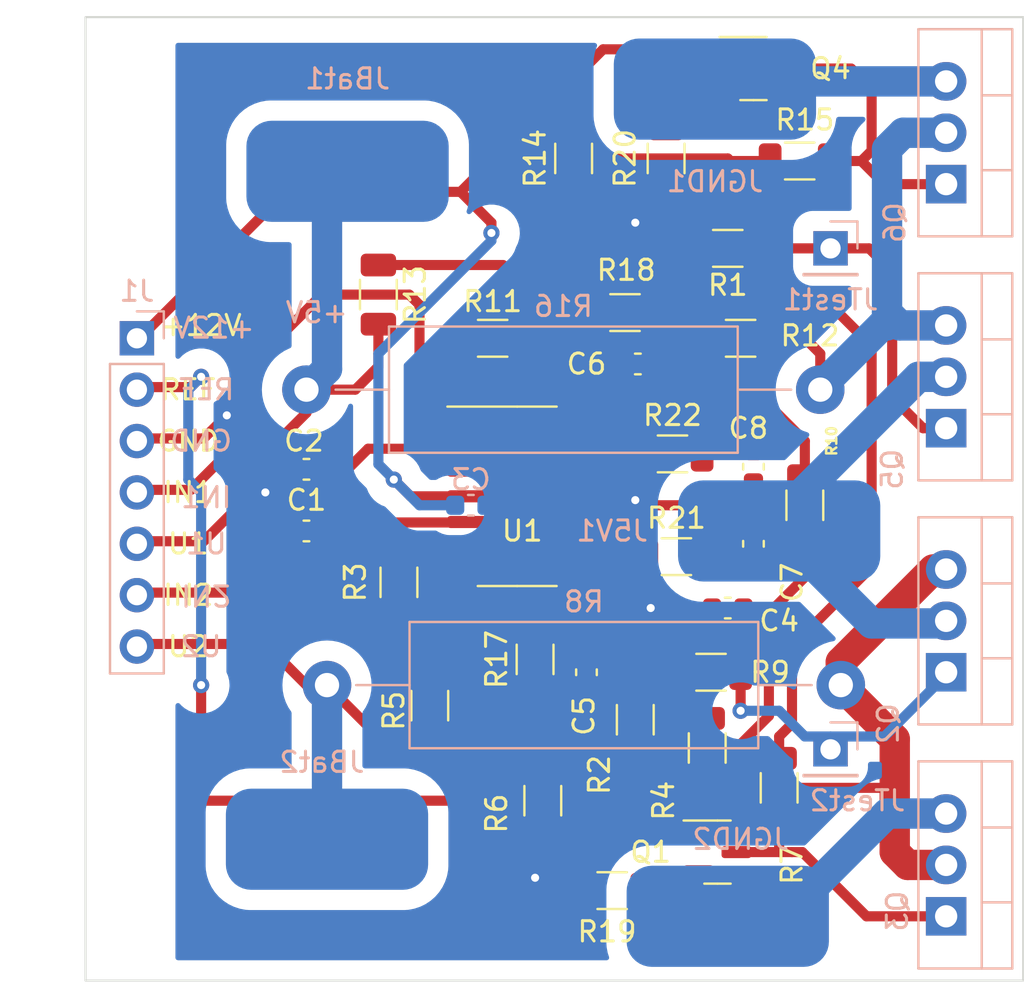
<source format=kicad_pcb>
(kicad_pcb (version 20211014) (generator pcbnew)
  (layers (0 "F.Cu" signal) (31 "B.Cu" signal) (34 "B.Paste" user) (35 "F.Paste" user) (36 "B.SilkS" user "B.Silkscreen") (37 "F.SilkS" user "F.Silkscreen") (38 "B.Mask" user) (39 "F.Mask" user) (44 "Edge.Cuts" user))
  (net 0 "")
  (net 1 "+5V")
  (net 2 "Net-(Q2-Pad3)")
  (net 3 "GND")
  (net 4 "Net-(Q5-Pad3)")
  (net 5 "Net-(Q1-Pad1)")
  (net 6 "+12V")
  (net 7 "Net-(Q4-Pad1)")
  (net 8 "Net-(R1-Pad2)")
  (net 9 "IN2")
  (net 10 "IN1")
  (net 11 "ref")
  (net 12 "U1")
  (net 13 "U2")
  (net 14 "Net-(C5-Pad1)")
  (net 15 "Net-(R21-Pad2)")
  (net 16 "Net-(C6-Pad1)")
  (net 17 "Net-(R11-Pad2)")
  (net 18 "Net-(R3-Pad1)")
  (net 19 "Net-(R11-Pad1)")
  (net 20 "Net-(JTest1-Pad1)")
  (net 21 "Net-(Q1-Pad3)")
  (net 22 "Net-(Q4-Pad3)")
  (net 23 "Net-(C5-Pad2)")
  (net 24 "Net-(C6-Pad2)")
  (net 25 "Net-(Q1-Pad2)")
  (net 26 "Net-(JTest2-Pad1)")
  (net 27 "Net-(Q4-Pad2)")
  (net 28 "Net-(R17-Pad1)")
  (net 29 "Net-(C7-Pad2)")
  (net 30 "Net-(C8-Pad2)")
  (net 31 "GND1")
  (net 32 "GND2")
  (footprint "Resistor_SMD:R_1206_3216Metric" (layer "F.Cu") (at 169.164 107.2495 -90)
    (fp_text reference "R4" (at 2.6055 2.159 90) (layer "F.SilkS"))
    (fp_text value "10k")
    (pad "1" smd roundrect (at -1.4625 0 270) (size 1.125 1.75) (layers "F.Cu" "F.Paste" "F.Mask") (roundrect_rratio 0.2222222222) (net 14 "Net-(C5-Pad1)"))
    (pad "2" smd roundrect (at 1.4625 0 270) (size 1.125 1.75) (layers "F.Cu" "F.Paste" "F.Mask") (roundrect_rratio 0.2222222222) (net 2 "Net-(Q2-Pad3)"))
  )
  (footprint "Resistor_SMD:R_1206_3216Metric" (layer "F.Cu") (at 152.908 84.836 -90)
    (fp_text reference "R13" (at 0 -1.82 90) (layer "F.SilkS"))
    (fp_text value "10k")
    (pad "1" smd roundrect (at -1.4625 0 270) (size 1.125 1.75) (layers "F.Cu" "F.Paste" "F.Mask") (roundrect_rratio 0.2222222222) (net 17 "Net-(R11-Pad2)"))
    (pad "2" smd roundrect (at 1.4625 0 270) (size 1.125 1.75) (layers "F.Cu" "F.Paste" "F.Mask") (roundrect_rratio 0.2222222222) (net 12 "U1"))
  )
  (footprint "Resistor_SMD:R_1206_3216Metric" (layer "F.Cu") (at 164.465 114.3)
    (fp_text reference "R19" (at -0.254 2.032) (layer "F.SilkS"))
    (fp_text value "1k")
    (pad "1" smd roundrect (at -1.4625 0) (size 1.125 1.75) (layers "F.Cu" "F.Paste" "F.Mask") (roundrect_rratio 0.2222222222) (net 3 "GND"))
    (pad "2" smd roundrect (at 1.4625 0) (size 1.125 1.75) (layers "F.Cu" "F.Paste" "F.Mask") (roundrect_rratio 0.2222222222) (net 25 "Net-(Q1-Pad2)"))
  )
  (footprint "Package_SO:SOIC-14_3.9x8.7mm_P1.27mm" (layer "F.Cu") (at 159.77 94.8075)
    (fp_text reference "U1" (at 0.25 1.7125 180) (layer "F.SilkS"))
    (fp_text value "LM324")
    (pad "1" smd roundrect (at -2.475 -3.81) (size 1.95 0.6) (layers "F.Cu" "F.Paste" "F.Mask") (net 19 "Net-(R11-Pad1)"))
    (pad "2" smd roundrect (at -2.475 -2.54) (size 1.95 0.6) (layers "F.Cu" "F.Paste" "F.Mask") (net 19 "Net-(R11-Pad1)"))
    (pad "3" smd roundrect (at -2.475 -1.27) (size 1.95 0.6) (layers "F.Cu" "F.Paste" "F.Mask") (net 10 "IN1"))
    (pad "4" smd roundrect (at -2.475 0) (size 1.95 0.6) (layers "F.Cu" "F.Paste" "F.Mask") (net 6 "+12V"))
    (pad "5" smd roundrect (at -2.475 1.27) (size 1.95 0.6) (layers "F.Cu" "F.Paste" "F.Mask") (net 9 "IN2"))
    (pad "6" smd roundrect (at -2.475 2.54) (size 1.95 0.6) (layers "F.Cu" "F.Paste" "F.Mask") (net 18 "Net-(R3-Pad1)"))
    (pad "7" smd roundrect (at -2.475 3.81) (size 1.95 0.6) (layers "F.Cu" "F.Paste" "F.Mask") (net 18 "Net-(R3-Pad1)"))
    (pad "8" smd roundrect (at 2.475 3.81) (size 1.95 0.6) (layers "F.Cu" "F.Paste" "F.Mask") (net 28 "Net-(R17-Pad1)"))
    (pad "9" smd roundrect (at 2.475 2.54) (size 1.95 0.6) (layers "F.Cu" "F.Paste" "F.Mask") (net 14 "Net-(C5-Pad1)"))
    (pad "10" smd roundrect (at 2.475 1.27) (size 1.95 0.6) (layers "F.Cu" "F.Paste" "F.Mask") (net 15 "Net-(R21-Pad2)"))
    (pad "11" smd roundrect (at 2.475 0) (size 1.95 0.6) (layers "F.Cu" "F.Paste" "F.Mask") (net 3 "GND"))
    (pad "12" smd roundrect (at 2.475 -1.27) (size 1.95 0.6) (layers "F.Cu" "F.Paste" "F.Mask") (net 17 "Net-(R11-Pad2)"))
    (pad "13" smd roundrect (at 2.475 -2.54) (size 1.95 0.6) (layers "F.Cu" "F.Paste" "F.Mask") (net 16 "Net-(C6-Pad1)"))
    (pad "14" smd roundrect (at 2.475 -3.81) (size 1.95 0.6) (layers "F.Cu" "F.Paste" "F.Mask") (net 8 "Net-(R1-Pad2)"))
  )
  (footprint "Resistor_SMD:R_1206_3216Metric" (layer "F.Cu") (at 165.1 85.725)
    (fp_text reference "R18" (at 0.0575 -2.0975) (layer "F.SilkS"))
    (fp_text value "1k")
    (pad "1" smd roundrect (at -1.4625 0) (size 1.125 1.75) (layers "F.Cu" "F.Paste" "F.Mask") (roundrect_rratio 0.2222222222) (net 8 "Net-(R1-Pad2)"))
    (pad "2" smd roundrect (at 1.4625 0) (size 1.125 1.75) (layers "F.Cu" "F.Paste" "F.Mask") (roundrect_rratio 0.2222222222) (net 24 "Net-(C6-Pad2)"))
  )
  (footprint "Resistor_SMD:R_1206_3216Metric" (layer "F.Cu") (at 172.72 109.22 90)
    (fp_text reference "R7" (at -3.81 0.635 90) (layer "F.SilkS"))
    (fp_text value "22k")
    (pad "1" smd roundrect (at -1.4625 0 90) (size 1.125 1.75) (layers "F.Cu" "F.Paste" "F.Mask") (roundrect_rratio 0.2222222222) (net 21 "Net-(Q1-Pad3)"))
    (pad "2" smd roundrect (at 1.4625 0 90) (size 1.125 1.75) (layers "F.Cu" "F.Paste" "F.Mask") (roundrect_rratio 0.2222222222) (net 6 "+12V"))
  )
  (footprint "Resistor_SMD:R_1206_3216Metric" (layer "F.Cu") (at 153.924 99.06 -90)
    (fp_text reference "R3" (at 0 2.159 90) (layer "F.SilkS"))
    (fp_text value "22k")
    (pad "1" smd roundrect (at -1.4625 0 270) (size 1.125 1.75) (layers "F.Cu" "F.Paste" "F.Mask") (roundrect_rratio 0.2222222222) (net 18 "Net-(R3-Pad1)"))
    (pad "2" smd roundrect (at 1.4625 0 270) (size 1.125 1.75) (layers "F.Cu" "F.Paste" "F.Mask") (roundrect_rratio 0.2222222222) (net 15 "Net-(R21-Pad2)"))
  )
  (footprint "Package_TO_SOT_SMD:SOT-23" (layer "F.Cu") (at 171.45 73.66)
    (fp_text reference "Q4" (at 3.81 0 180) (layer "F.SilkS"))
    (fp_text value "BC846B")
    (pad "1" smd roundrect (at -0.9375 -0.95) (size 1.475 0.6) (layers "F.Cu" "F.Paste" "F.Mask") (net 7 "Net-(Q4-Pad1)"))
    (pad "2" smd roundrect (at -0.9375 0.95) (size 1.475 0.6) (layers "F.Cu" "F.Paste" "F.Mask") (net 27 "Net-(Q4-Pad2)"))
    (pad "3" smd roundrect (at 0.9375 0) (size 1.475 0.6) (layers "F.Cu" "F.Paste" "F.Mask") (net 22 "Net-(Q4-Pad3)"))
  )
  (footprint "Resistor_SMD:R_1206_3216Metric" (layer "F.Cu") (at 170.815 86.995)
    (fp_text reference "R12" (at 3.429 -0.127) (layer "F.SilkS"))
    (fp_text value "10k")
    (pad "1" smd roundrect (at -1.4625 0) (size 1.125 1.75) (layers "F.Cu" "F.Paste" "F.Mask") (roundrect_rratio 0.2222222222) (net 16 "Net-(C6-Pad1)"))
    (pad "2" smd roundrect (at 1.4625 0) (size 1.125 1.75) (layers "F.Cu" "F.Paste" "F.Mask") (roundrect_rratio 0.2222222222) (net 4 "Net-(Q5-Pad3)"))
  )
  (footprint "Resistor_SMD:R_1206_3216Metric" (layer "F.Cu") (at 167.4475 92.71 180)
    (fp_text reference "R22" (at 0 1.905) (layer "F.SilkS"))
    (fp_text value "1k")
    (pad "1" smd roundrect (at -1.4625 0 180) (size 1.125 1.75) (layers "F.Cu" "F.Paste" "F.Mask") (roundrect_rratio 0.2222222222) (net 30 "Net-(C8-Pad2)"))
    (pad "2" smd roundrect (at 1.4625 0 180) (size 1.125 1.75) (layers "F.Cu" "F.Paste" "F.Mask") (roundrect_rratio 0.2222222222) (net 17 "Net-(R11-Pad2)"))
  )
  (footprint "Resistor_SMD:R_1206_3216Metric" (layer "F.Cu") (at 173.736 78.232 180)
    (fp_text reference "R15" (at -0.254 2.032 180) (layer "F.SilkS"))
    (fp_text value "22k")
    (pad "1" smd roundrect (at -1.4625 0 180) (size 1.125 1.75) (layers "F.Cu" "F.Paste" "F.Mask") (roundrect_rratio 0.2222222222) (net 22 "Net-(Q4-Pad3)"))
    (pad "2" smd roundrect (at 1.4625 0 180) (size 1.125 1.75) (layers "F.Cu" "F.Paste" "F.Mask") (roundrect_rratio 0.2222222222) (net 6 "+12V"))
  )
  (footprint "Resistor_SMD:R_1206_3216Metric" (layer "F.Cu") (at 158.5575 86.995)
    (fp_text reference "R11" (at 0 -1.82) (layer "F.SilkS"))
    (fp_text value "22k")
    (pad "1" smd roundrect (at -1.4625 0) (size 1.125 1.75) (layers "F.Cu" "F.Paste" "F.Mask") (roundrect_rratio 0.2222222222) (net 19 "Net-(R11-Pad1)"))
    (pad "2" smd roundrect (at 1.4625 0) (size 1.125 1.75) (layers "F.Cu" "F.Paste" "F.Mask") (roundrect_rratio 0.2222222222) (net 17 "Net-(R11-Pad2)"))
  )
  (footprint "Resistor_SMD:R_1206_3216Metric" (layer "F.Cu") (at 167.64 97.79 180)
    (fp_text reference "R21" (at 0 1.905) (layer "F.SilkS"))
    (fp_text value "1k")
    (pad "1" smd roundrect (at -1.4625 0 180) (size 1.125 1.75) (layers "F.Cu" "F.Paste" "F.Mask") (roundrect_rratio 0.2222222222) (net 29 "Net-(C7-Pad2)"))
    (pad "2" smd roundrect (at 1.4625 0 180) (size 1.125 1.75) (layers "F.Cu" "F.Paste" "F.Mask") (roundrect_rratio 0.2222222222) (net 15 "Net-(R21-Pad2)"))
  )
  (footprint "Resistor_SMD:R_1206_3216Metric" (layer "F.Cu") (at 169.3525 103.505 180)
    (fp_text reference "R9" (at -2.921 0) (layer "F.SilkS"))
    (fp_text value "1k")
    (pad "1" smd roundrect (at -1.4625 0 180) (size 1.125 1.75) (layers "F.Cu" "F.Paste" "F.Mask") (roundrect_rratio 0.2222222222) (net 26 "Net-(JTest2-Pad1)"))
    (pad "2" smd roundrect (at 1.4625 0 180) (size 1.125 1.75) (layers "F.Cu" "F.Paste" "F.Mask") (roundrect_rratio 0.2222222222) (net 28 "Net-(R17-Pad1)"))
  )
  (footprint "Capacitor_SMD:C_0603_1608Metric" (layer "F.Cu") (at 170.18 100.33 180)
    (fp_text reference "C4" (at -2.54 -0.635) (layer "F.SilkS"))
    (fp_text value "1u")
    (pad "1" smd roundrect (at -0.775 0 180) (size 0.9 0.95) (layers "F.Cu" "F.Paste" "F.Mask") (net 11 "ref"))
    (pad "2" smd roundrect (at 0.775 0 180) (size 0.9 0.95) (layers "F.Cu" "F.Paste" "F.Mask") (net 3 "GND"))
  )
  (footprint "Capacitor_SMD:C_0603_1608Metric" (layer "F.Cu") (at 165.735 88.265)
    (fp_text reference "C6" (at -2.54 0) (layer "F.SilkS"))
    (fp_text value "1u")
    (pad "1" smd roundrect (at -0.775 0) (size 0.9 0.95) (layers "F.Cu" "F.Paste" "F.Mask") (net 16 "Net-(C6-Pad1)"))
    (pad "2" smd roundrect (at 0.775 0) (size 0.9 0.95) (layers "F.Cu" "F.Paste" "F.Mask") (net 24 "Net-(C6-Pad2)"))
  )
  (footprint "Capacitor_SMD:C_0603_1608Metric" (layer "F.Cu") (at 149.352 96.52 180)
    (fp_text reference "C1" (at 0 1.524) (layer "F.SilkS"))
    (fp_text value "1u")
    (pad "1" smd roundrect (at -0.775 0 180) (size 0.9 0.95) (layers "F.Cu" "F.Paste" "F.Mask") (net 9 "IN2"))
    (pad "2" smd roundrect (at 0.775 0 180) (size 0.9 0.95) (layers "F.Cu" "F.Paste" "F.Mask") (net 3 "GND"))
  )
  (footprint "Capacitor_SMD:C_0603_1608Metric" (layer "F.Cu") (at 163.195 103.505 -90)
    (fp_text reference "C5" (at 2.159 0.127 90) (layer "F.SilkS"))
    (fp_text value "1u")
    (pad "1" smd roundrect (at -0.775 0 270) (size 0.9 0.95) (layers "F.Cu" "F.Paste" "F.Mask") (net 14 "Net-(C5-Pad1)"))
    (pad "2" smd roundrect (at 0.775 0 270) (size 0.9 0.95) (layers "F.Cu" "F.Paste" "F.Mask") (net 23 "Net-(C5-Pad2)"))
  )
  (footprint "Capacitor_SMD:C_0603_1608Metric" (layer "F.Cu") (at 171.45 97.155 -90)
    (fp_text reference "C7" (at 1.905 -1.905 90) (layer "F.SilkS"))
    (fp_text value "1u")
    (pad "1" smd roundrect (at -0.775 0 270) (size 0.9 0.95) (layers "F.Cu" "F.Paste" "F.Mask") (net 3 "GND"))
    (pad "2" smd roundrect (at 0.775 0 270) (size 0.9 0.95) (layers "F.Cu" "F.Paste" "F.Mask") (net 29 "Net-(C7-Pad2)"))
  )
  (footprint "Resistor_SMD:R_1206_3216Metric" (layer "F.Cu") (at 165.608 105.8525 90)
    (fp_text reference "R2" (at -2.7325 -1.778 90) (layer "F.SilkS"))
    (fp_text value "22k")
    (pad "1" smd roundrect (at -1.4625 0 90) (size 1.125 1.75) (layers "F.Cu" "F.Paste" "F.Mask") (roundrect_rratio 0.2222222222) (net 11 "ref"))
    (pad "2" smd roundrect (at 1.4625 0 90) (size 1.125 1.75) (layers "F.Cu" "F.Paste" "F.Mask") (roundrect_rratio 0.2222222222) (net 14 "Net-(C5-Pad1)"))
  )
  (footprint "Capacitor_SMD:C_0603_1608Metric" (layer "F.Cu") (at 171.45 93.345 90)
    (fp_text reference "C8" (at 1.905 -0.254 180) (layer "F.SilkS"))
    (fp_text value "1u")
    (pad "1" smd roundrect (at -0.775 0 90) (size 0.9 0.95) (layers "F.Cu" "F.Paste" "F.Mask") (net 3 "GND"))
    (pad "2" smd roundrect (at 0.775 0 90) (size 0.9 0.95) (layers "F.Cu" "F.Paste" "F.Mask") (net 30 "Net-(C8-Pad2)"))
  )
  (footprint "Resistor_SMD:R_1206_3216Metric" (layer "F.Cu") (at 160.655 102.87 -90)
    (fp_text reference "R17" (at 0 1.905 -90) (layer "F.SilkS"))
    (fp_text value "1k")
    (pad "1" smd roundrect (at -1.4625 0 270) (size 1.125 1.75) (layers "F.Cu" "F.Paste" "F.Mask") (roundrect_rratio 0.2222222222) (net 28 "Net-(R17-Pad1)"))
    (pad "2" smd roundrect (at 1.4625 0 270) (size 1.125 1.75) (layers "F.Cu" "F.Paste" "F.Mask") (roundrect_rratio 0.2222222222) (net 23 "Net-(C5-Pad2)"))
  )
  (footprint "Resistor_SMD:R_1206_3216Metric" (layer "F.Cu") (at 162.56 78.105 -90)
    (fp_text reference "R14" (at 0 1.905 90) (layer "F.SilkS"))
    (fp_text value "22k")
    (pad "1" smd roundrect (at -1.4625 0 270) (size 1.125 1.75) (layers "F.Cu" "F.Paste" "F.Mask") (roundrect_rratio 0.2222222222) (net 7 "Net-(Q4-Pad1)"))
    (pad "2" smd roundrect (at 1.4625 0 270) (size 1.125 1.75) (layers "F.Cu" "F.Paste" "F.Mask") (roundrect_rratio 0.2222222222) (net 8 "Net-(R1-Pad2)"))
  )
  (footprint "Resistor_SMD:R_1206_3216Metric" (layer "F.Cu") (at 155.448 105.156 -90)
    (fp_text reference "R5" (at 0.254 1.778 -270) (layer "F.SilkS"))
    (fp_text value "10k")
    (pad "1" smd roundrect (at -1.4625 0 270) (size 1.125 1.75) (layers "F.Cu" "F.Paste" "F.Mask") (roundrect_rratio 0.2222222222) (net 15 "Net-(R21-Pad2)"))
    (pad "2" smd roundrect (at 1.4625 0 270) (size 1.125 1.75) (layers "F.Cu" "F.Paste" "F.Mask") (roundrect_rratio 0.2222222222) (net 13 "U2"))
  )
  (footprint "Resistor_SMD:R_1206_3216Metric" (layer "F.Cu") (at 167.132 78.105 90)
    (fp_text reference "R20" (at 0 -2.032 90) (layer "F.SilkS"))
    (fp_text value "1k")
    (pad "1" smd roundrect (at -1.4625 0 90) (size 1.125 1.75) (layers "F.Cu" "F.Paste" "F.Mask") (roundrect_rratio 0.2222222222) (net 3 "GND"))
    (pad "2" smd roundrect (at 1.4625 0 90) (size 1.125 1.75) (layers "F.Cu" "F.Paste" "F.Mask") (roundrect_rratio 0.2222222222) (net 27 "Net-(Q4-Pad2)"))
  )
  (footprint "Resistor_SMD:R_1206_3216Metric" (layer "F.Cu") (at 173.99 95.25 90)
    (fp_text reference "R10" (at 3.175 1.3275 90) (layer "F.SilkS") (effects (font (size 0.5 0.5) (thickness 0.125))))
    (fp_text value "22k")
    (pad "1" smd roundrect (at -1.4625 0 90) (size 1.125 1.75) (layers "F.Cu" "F.Paste" "F.Mask") (roundrect_rratio 0.2222222222) (net 11 "ref"))
    (pad "2" smd roundrect (at 1.4625 0 90) (size 1.125 1.75) (layers "F.Cu" "F.Paste" "F.Mask") (roundrect_rratio 0.2222222222) (net 16 "Net-(C6-Pad1)"))
  )
  (footprint "Resistor_SMD:R_1206_3216Metric" (layer "F.Cu") (at 161.036 109.855 90)
    (fp_text reference "R6" (at -0.635 -2.286 90) (layer "F.SilkS"))
    (fp_text value "22k")
    (pad "1" smd roundrect (at -1.4625 0 90) (size 1.125 1.75) (layers "F.Cu" "F.Paste" "F.Mask") (roundrect_rratio 0.2222222222) (net 5 "Net-(Q1-Pad1)"))
    (pad "2" smd roundrect (at 1.4625 0 90) (size 1.125 1.75) (layers "F.Cu" "F.Paste" "F.Mask") (roundrect_rratio 0.2222222222) (net 28 "Net-(R17-Pad1)"))
  )
  (footprint "Package_TO_SOT_SMD:SOT-23" (layer "F.Cu") (at 169.672 112.395)
    (fp_text reference "Q1" (at -3.302 0 180) (layer "F.SilkS"))
    (fp_text value "BC846B")
    (pad "1" smd roundrect (at -0.9375 -0.95) (size 1.475 0.6) (layers "F.Cu" "F.Paste" "F.Mask") (net 5 "Net-(Q1-Pad1)"))
    (pad "2" smd roundrect (at -0.9375 0.95) (size 1.475 0.6) (layers "F.Cu" "F.Paste" "F.Mask") (net 25 "Net-(Q1-Pad2)"))
    (pad "3" smd roundrect (at 0.9375 0) (size 1.475 0.6) (layers "F.Cu" "F.Paste" "F.Mask") (net 21 "Net-(Q1-Pad3)"))
  )
  (footprint "Resistor_SMD:R_1206_3216Metric" (layer "F.Cu") (at 170.18 82.55 180)
    (fp_text reference "R1" (at 0 -1.82) (layer "F.SilkS"))
    (fp_text value "1k")
    (pad "1" smd roundrect (at -1.4625 0 180) (size 1.125 1.75) (layers "F.Cu" "F.Paste" "F.Mask") (roundrect_rratio 0.2222222222) (net 20 "Net-(JTest1-Pad1)"))
    (pad "2" smd roundrect (at 1.4625 0 180) (size 1.125 1.75) (layers "F.Cu" "F.Paste" "F.Mask") (roundrect_rratio 0.2222222222) (net 8 "Net-(R1-Pad2)"))
  )
  (footprint "Capacitor_SMD:C_0603_1608Metric" (layer "F.Cu") (at 149.352 93.472 180)
    (fp_text reference "C2" (at 0.127 1.397 180) (layer "F.SilkS"))
    (fp_text value "1u")
    (pad "1" smd roundrect (at -0.775 0 180) (size 0.9 0.95) (layers "F.Cu" "F.Paste" "F.Mask") (net 10 "IN1"))
    (pad "2" smd roundrect (at 0.775 0 180) (size 0.9 0.95) (layers "F.Cu" "F.Paste" "F.Mask") (net 3 "GND"))
  )
  (footprint "Package_TO_SOT_THT:TO-220-3_Vertical" (layer "B.Cu") (at 180.975 91.44 90)
    (fp_text reference "Q5" (at -2.032 -2.667 90) (layer "B.SilkS") (effects (justify mirror)))
    (fp_text value "IRF3205")
    (pad "1" thru_hole rect (at 0 0 90) (size 1.905 2) (drill 1.1) (layers *.Cu *.Mask) (net 20 "Net-(JTest1-Pad1)"))
    (pad "2" thru_hole oval (at 2.54 0 90) (size 1.905 2) (drill 1.1) (layers *.Cu *.Mask) (net 1 "+5V"))
    (pad "3" thru_hole oval (at 5.08 0 90) (size 1.905 2) (drill 1.1) (layers *.Cu *.Mask) (net 4 "Net-(Q5-Pad3)"))
  )
  (footprint "Capacitor_SMD:C_0603_1608Metric" (layer "B.Cu") (at 157.48 95.25)
    (fp_text reference "C3" (at 0 -1.27) (layer "B.SilkS") (effects (justify mirror)))
    (fp_text value "1u")
    (pad "1" smd roundrect (at -0.775 0) (size 0.9 0.95) (layers "B.Cu" "B.Paste" "B.Mask") (net 6 "+12V"))
    (pad "2" smd roundrect (at 0.775 0) (size 0.9 0.95) (layers "B.Cu" "B.Paste" "B.Mask") (net 3 "GND"))
  )
  (footprint "Resistor_THT:R_Axial_DIN0617_L17.0mm_D6.0mm_P25.40mm_Horizontal" (layer "B.Cu") (at 175.768 104.14 180)
    (fp_text reference "R8" (at 12.7 4.12) (layer "B.SilkS") (effects (justify mirror)))
    (fp_text value "0.22")
    (pad "1" thru_hole circle (at 0 0 180) (size 2.4 2.4) (drill 1.2) (layers *.Cu *.Mask) (net 2 "Net-(Q2-Pad3)"))
    (pad "2" thru_hole oval (at 25.4 0 180) (size 2.4 2.4) (drill 1.2) (layers *.Cu *.Mask) (net 13 "U2"))
  )
  (footprint "Channel:PowerPad" (layer "B.Cu") (at 172.72 96.52 180)
    (fp_text reference "J5V1" (at 8.255 0 unlocked) (layer "B.SilkS") (effects (justify mirror)))
    (fp_text value "Conn_01x01_Male" hide)
    (pad "1" smd roundrect (at 0 0 180) (size 10 5) (layers "B.Cu" "B.Paste" "B.Mask") (net 1 "+5V"))
  )
  (footprint "Package_TO_SOT_THT:TO-220-3_Vertical" (layer "B.Cu") (at 180.975 115.57 90)
    (fp_text reference "Q3" (at 0.254 -2.413 90) (layer "B.SilkS") (effects (justify mirror)))
    (fp_text value "IRF3205")
    (pad "1" thru_hole rect (at 0 0 90) (size 1.905 2) (drill 1.1) (layers *.Cu *.Mask) (net 21 "Net-(Q1-Pad3)"))
    (pad "2" thru_hole oval (at 2.54 0 90) (size 1.905 2) (drill 1.1) (layers *.Cu *.Mask) (net 2 "Net-(Q2-Pad3)"))
    (pad "3" thru_hole oval (at 5.08 0 90) (size 1.905 2) (drill 1.1) (layers *.Cu *.Mask) (net 32 "GND2"))
  )
  (footprint "Connector_PinHeader_2.54mm:PinHeader_1x07_P2.54mm_Vertical" (layer "B.Cu") (at 140.97 86.995 180)
    (fp_text reference "J1" (at 0 2.33) (layer "B.SilkS") (effects (justify mirror)))
    (fp_text value "Conn_01x07_Male")
    (pad "1" thru_hole rect (at 0 0 180) (size 1.7 1.7) (drill 1) (layers *.Cu *.Mask) (net 6 "+12V"))
    (pad "2" thru_hole oval (at 0 -2.54 180) (size 1.7 1.7) (drill 1) (layers *.Cu *.Mask) (net 11 "ref"))
    (pad "3" thru_hole oval (at 0 -5.08 180) (size 1.7 1.7) (drill 1) (layers *.Cu *.Mask) (net 3 "GND"))
    (pad "4" thru_hole oval (at 0 -7.62 180) (size 1.7 1.7) (drill 1) (layers *.Cu *.Mask) (net 10 "IN1"))
    (pad "5" thru_hole oval (at 0 -10.16 180) (size 1.7 1.7) (drill 1) (layers *.Cu *.Mask) (net 12 "U1"))
    (pad "6" thru_hole oval (at 0 -12.7 180) (size 1.7 1.7) (drill 1) (layers *.Cu *.Mask) (net 9 "IN2"))
    (pad "7" thru_hole oval (at 0 -15.24 180) (size 1.7 1.7) (drill 1) (layers *.Cu *.Mask) (net 13 "U2"))
  )
  (footprint "Package_TO_SOT_THT:TO-220-3_Vertical" (layer "B.Cu") (at 180.975 79.375 90)
    (fp_text reference "Q6" (at -1.905 -2.54 90) (layer "B.SilkS") (effects (justify mirror)))
    (fp_text value "IRF3205")
    (pad "1" thru_hole rect (at 0 0 90) (size 1.905 2) (drill 1.1) (layers *.Cu *.Mask) (net 22 "Net-(Q4-Pad3)"))
    (pad "2" thru_hole oval (at 2.54 0 90) (size 1.905 2) (drill 1.1) (layers *.Cu *.Mask) (net 4 "Net-(Q5-Pad3)"))
    (pad "3" thru_hole oval (at 5.08 0 90) (size 1.905 2) (drill 1.1) (layers *.Cu *.Mask) (net 31 "GND1"))
  )
  (footprint "Package_TO_SOT_THT:TO-220-3_Vertical" (layer "B.Cu") (at 180.975 103.505 90)
    (fp_text reference "Q2" (at -2.54 -2.865 90) (layer "B.SilkS") (effects (justify mirror)))
    (fp_text value "IRF3205")
    (pad "1" thru_hole rect (at 0 0 90) (size 1.905 2) (drill 1.1) (layers *.Cu *.Mask) (net 26 "Net-(JTest2-Pad1)"))
    (pad "2" thru_hole oval (at 2.54 0 90) (size 1.905 2) (drill 1.1) (layers *.Cu *.Mask) (net 1 "+5V"))
    (pad "3" thru_hole oval (at 5.08 0 90) (size 1.905 2) (drill 1.1) (layers *.Cu *.Mask) (net 2 "Net-(Q2-Pad3)"))
  )
  (footprint "Channel:PowerPad" (layer "B.Cu") (at 151.384 78.74)
    (fp_text reference "JBat1" (at 0 -4.572 unlocked) (layer "B.SilkS") (effects (justify mirror)))
    (fp_text value "Conn_01x01_Male" hide)
    (pad "1" smd roundrect (at 0 0) (size 10 5) (layers "B.Cu" "B.Paste" "B.Mask") (net 12 "U1"))
  )
  (footprint "Channel:PowerPad" (layer "B.Cu") (at 150.368 111.76 180)
    (fp_text reference "JBat2" (at 0.254 3.81 unlocked) (layer "B.SilkS") (effects (justify mirror)))
    (fp_text value "Conn_01x01_Male" hide)
    (pad "1" smd roundrect (at 0 0 180) (size 10 5) (layers "B.Cu" "B.Paste" "B.Mask") (net 13 "U2"))
  )
  (footprint "Resistor_THT:R_Axial_DIN0617_L17.0mm_D6.0mm_P25.40mm_Horizontal" (layer "B.Cu") (at 174.752 89.535 180)
    (fp_text reference "R16" (at 12.7 4.12) (layer "B.SilkS") (effects (justify mirror)))
    (fp_text value "0.22")
    (pad "1" thru_hole circle (at 0 0 180) (size 2.4 2.4) (drill 1.2) (layers *.Cu *.Mask) (net 4 "Net-(Q5-Pad3)"))
    (pad "2" thru_hole oval (at 25.4 0 180) (size 2.4 2.4) (drill 1.2) (layers *.Cu *.Mask) (net 12 "U1"))
  )
  (footprint "Connector_PinHeader_2.54mm:PinHeader_1x01_P2.54mm_Vertical" (layer "B.Cu") (at 175.26 82.55 180)
    (fp_text reference "JTest1" (at 0 -2.54 180) (layer "B.SilkS") (effects (justify mirror)))
    (fp_text value "Conn_01x01_Male")
    (pad "1" thru_hole rect (at 0 0 180) (size 1.7 1.7) (drill 1) (layers *.Cu *.Mask) (net 20 "Net-(JTest1-Pad1)"))
  )
  (footprint "Channel:PowerPad" (layer "B.Cu") (at 169.545 74.676 180)
    (fp_text reference "JGND1" (at 0 -4.572 unlocked) (layer "B.SilkS") (effects (justify mirror)))
    (fp_text value "Conn_01x01_Male" hide)
    (pad "1" smd roundrect (at 0 0 180) (size 10 5) (layers "B.Cu" "B.Paste" "B.Mask") (net 31 "GND1"))
  )
  (footprint "Connector_PinHeader_2.54mm:PinHeader_1x01_P2.54mm_Vertical" (layer "B.Cu") (at 175.26 107.315 180)
    (fp_text reference "JTest2" (at -1.33 -2.54) (layer "B.SilkS") (effects (justify mirror)))
    (fp_text value "Conn_01x01_Male")
    (pad "1" thru_hole rect (at 0 0 180) (size 1.7 1.7) (drill 1) (layers *.Cu *.Mask) (net 26 "Net-(JTest2-Pad1)"))
  )
  (footprint "Channel:PowerPad" (layer "B.Cu") (at 170.18 115.57 180)
    (fp_text reference "JGND2" (at -0.635 3.81 unlocked) (layer "B.SilkS") (effects (justify mirror)))
    (fp_text value "Conn_01x01_Male")
    (pad "1" smd roundrect (at 0 0 180) (size 10 5) (layers "B.Cu" "B.Paste" "B.Mask") (net 32 "GND2"))
  )
  (gr_rect (start 138.43 71.12) (end 184.785 118.745) (layer "Edge.Cuts") (width 0.1) (fill none))
  (gr_text "IN1" (at 144.399 94.869) (layer "B.SilkS") (effects (font (size 1 1)) (justify mirror)))
  (gr_text "+5V\n" (at 149.86 85.725) (layer "B.SilkS") (effects (font (size 1 1)) (justify mirror)))
  (gr_text "U2\n" (at 144.145 102.235) (layer "B.SilkS") (effects (font (size 1 1)) (justify mirror)))
  (gr_text "REF\n" (at 144.399 89.535) (layer "B.SilkS") (effects (font (size 1 1)) (justify mirror)))
  (gr_text "U1" (at 144.399 97.155) (layer "B.SilkS") (effects (font (size 1 1)) (justify mirror)))
  (gr_text "IN2" (at 144.399 99.695 180) (layer "B.SilkS") (effects (font (size 1 1)) (justify mirror)))
  (gr_text "GND\n" (at 144.145 92.075) (layer "B.SilkS") (effects (font (size 1 1)) (justify mirror)))
  (gr_text "+12V\n" (at 144.78 86.487) (layer "B.SilkS") (effects (font (size 1 1)) (justify mirror)))
  (gr_text "IN1" (at 143.51 94.615) (layer "F.SilkS") (effects (font (size 1 1))))
  (gr_text "+12V\n" (at 144.145 86.36) (layer "F.SilkS") (effects (font (size 1 1))))
  (gr_text "U2\n" (at 143.51 102.235) (layer "F.SilkS") (effects (font (size 1 1))))
  (gr_text "REF\n" (at 143.51 89.535) (layer "F.SilkS") (effects (font (size 1 1))))
  (gr_text "IN2" (at 143.51 99.695) (layer "F.SilkS") (effects (font (size 1 1))))
  (gr_text "GND" (at 143.51 92.075) (layer "F.SilkS") (effects (font (size 1 1))))
  (gr_text "U1" (at 143.51 97.155) (layer "F.SilkS") (effects (font (size 1 1))))
  (segment (start 180.848 101.092) (end 177.292 101.092) (width 1.5) (layer "B.Cu") (net 1))
  (segment (start 172.72 95.7865) (end 172.72 96.52) (width 1.5) (layer "B.Cu") (net 1))
  (segment (start 180.975 88.9) (end 179.6065 88.9) (width 1.5) (layer "B.Cu") (net 1))
  (segment (start 179.6065 88.9) (end 172.72 95.7865) (width 1.5) (layer "B.Cu") (net 1))
  (segment (start 180.975 100.965) (end 180.848 101.092) (width 1.5) (layer "B.Cu") (net 1))
  (segment (start 177.292 101.092) (end 172.72 96.52) (width 1.5) (layer "B.Cu") (net 1))
  (segment (start 169.672 109.22) (end 178.435 109.22) (width 0.5) (layer "F.Cu") (net 2))
  (segment (start 180.34 98.425) (end 180.975 98.425) (width 1.5) (layer "F.Cu") (net 2))
  (segment (start 180.975 113.03) (end 179.07 113.03) (width 1.5) (layer "F.Cu") (net 2))
  (segment (start 175.768 102.997) (end 180.34 98.425) (width 1.5) (layer "F.Cu") (net 2))
  (segment (start 179.07 113.03) (end 178.435 112.395) (width 1.5) (layer "F.Cu") (net 2))
  (segment (start 178.435 106.807) (end 175.768 104.14) (width 1.5) (layer "F.Cu") (net 2))
  (segment (start 175.768 104.14) (end 175.768 102.997) (width 1.5) (layer "F.Cu") (net 2))
  (segment (start 169.164 108.712) (end 169.672 109.22) (width 0.5) (layer "F.Cu") (net 2))
  (segment (start 178.435 112.395) (end 178.435 106.807) (width 1.5) (layer "F.Cu") (net 2))
  (segment (start 166.116 81.28) (end 165.608 81.28) (width 0.5) (layer "F.Cu") (net 3))
  (segment (start 167.132 79.5675) (end 167.132 80.264) (width 0.5) (layer "F.Cu") (net 3))
  (segment (start 165.608 94.996) (end 165.4195 94.8075) (width 0.5) (layer "F.Cu") (net 3))
  (segment (start 147.32 94.615) (end 147.32 95.263) (width 0.5) (layer "F.Cu") (net 3))
  (segment (start 167.132 80.264) (end 166.116 81.28) (width 0.5) (layer "F.Cu") (net 3))
  (segment (start 144.272 91.948) (end 141.224 91.948) (width 0.5) (layer "F.Cu") (net 3))
  (segment (start 169.405 100.33) (end 166.37 100.33) (width 0.5) (layer "F.Cu") (net 3))
  (segment (start 160.655 113.665) (end 161.29 114.3) (width 0.5) (layer "F.Cu") (net 3))
  (segment (start 171.45 96.38) (end 171.45 95.885) (width 0.5) (layer "F.Cu") (net 3))
  (segment (start 148.463 93.472) (end 148.577 93.472) (width 0.5) (layer "F.Cu") (net 3))
  (segment (start 165.4195 94.8075) (end 162.245 94.8075) (width 0.5) (layer "F.Cu") (net 3))
  (segment (start 161.29 114.3) (end 163.0025 114.3) (width 0.5) (layer "F.Cu") (net 3))
  (segment (start 165.862 95.25) (end 171.45 95.25) (width 0.5) (layer "F.Cu") (net 3))
  (segment (start 171.45 94.12) (end 171.45 95.885) (width 0.5) (layer "F.Cu") (net 3))
  (segment (start 147.32 95.263) (end 148.577 96.52) (width 0.5) (layer "F.Cu") (net 3))
  (segment (start 147.32 94.615) (end 148.463 93.472) (width 0.5) (layer "F.Cu") (net 3))
  (segment (start 165.608 94.996) (end 165.862 95.25) (width 0.5) (layer "F.Cu") (net 3))
  (segment (start 145.415 90.805) (end 144.272 91.948) (width 0.5) (layer "F.Cu") (net 3))
  (segment (start 171.45 95.885) (end 171.45 96.52) (width 0.5) (layer "F.Cu") (net 3))
  (via (at 165.608 94.996) (size 0.8) (drill 0.4) (layers "F.Cu" "B.Cu") (net 3))
  (via (at 166.37 100.33) (size 0.8) (drill 0.4) (layers "F.Cu" "B.Cu") (net 3))
  (via (at 147.32 94.615) (size 0.8) (drill 0.4) (layers "F.Cu" "B.Cu") (net 3))
  (via (at 160.655 113.665) (size 0.8) (drill 0.4) (layers "F.Cu" "B.Cu") (net 3))
  (via (at 165.608 81.28) (size 0.8) (drill 0.4) (layers "F.Cu" "B.Cu") (net 3))
  (via (at 145.415 90.805) (size 0.8) (drill 0.4) (layers "F.Cu" "B.Cu") (net 3))
  (segment (start 173.99 86.995) (end 174.752 87.757) (width 0.5) (layer "F.Cu") (net 4))
  (segment (start 172.2775 86.995) (end 173.99 86.995) (width 0.5) (layer "F.Cu") (net 4))
  (segment (start 174.752 87.757) (end 174.752 89.535) (width 0.5) (layer "F.Cu") (net 4))
  (segment (start 178.856 76.835) (end 180.975 76.835) (width 1.5) (layer "B.Cu") (net 4))
  (segment (start 178.054 85.725) (end 178.054 77.637) (width 1.5) (layer "B.Cu") (net 4))
  (segment (start 180.975 86.36) (end 178.689 86.36) (width 1.5) (layer "B.Cu") (net 4))
  (segment (start 174.752 89.408) (end 174.752 89.535) (width 1.5) (layer "B.Cu") (net 4))
  (segment (start 178.054 77.637) (end 178.856 76.835) (width 1.5) (layer "B.Cu") (net 4))
  (segment (start 178.054 86.36) (end 177.8 86.36) (width 1.5) (layer "B.Cu") (net 4))
  (segment (start 178.689 86.36) (end 178.054 85.725) (width 1.5) (layer "B.Cu") (net 4))
  (segment (start 177.8 86.36) (end 174.752 89.408) (width 1.5) (layer "B.Cu") (net 4))
  (segment (start 163.28925 111.445) (end 168.7345 111.445) (width 0.5) (layer "F.Cu") (net 5))
  (segment (start 162.56 112.17425) (end 163.28925 111.445) (width 0.5) (layer "F.Cu") (net 5))
  (segment (start 161.89275 112.17425) (end 162.56 112.17425) (width 0.5) (layer "F.Cu") (net 5))
  (segment (start 161.036 111.3175) (end 161.89275 112.17425) (width 0.5) (layer "F.Cu") (net 5))
  (segment (start 158.496 81.788) (end 158.496 81.28) (width 0.5) (layer "F.Cu") (net 6))
  (segment (start 172.72 106.68) (end 173.355 106.045) (width 0.5) (layer "F.Cu") (net 6))
  (segment (start 148.336 79.756) (end 141.224 86.868) (width 0.5) (layer "F.Cu") (net 6))
  (segment (start 175.006 85.09) (end 177.292 87.376) (width 0.5) (layer "F.Cu") (net 6))
  (segment (start 172.2735 78.232) (end 170.307 78.232) (width 0.5) (layer "F.Cu") (net 6))
  (segment (start 170.307 78.232) (end 170.18 78.105) (width 0.5) (layer "F.Cu") (net 6))
  (segment (start 170.18 83.82) (end 171.45 85.09) (width 0.5) (layer "F.Cu") (net 6))
  (segment (start 158.623 78.105) (end 170.18 78.105) (width 0.5) (layer "F.Cu") (net 6))
  (segment (start 173.355 106.045) (end 173.355 102.235) (width 0.5) (layer "F.Cu") (net 6))
  (segment (start 171.45 85.09) (end 175.006 85.09) (width 0.5) (layer "F.Cu") (net 6))
  (segment (start 172.72 107.7575) (end 172.72 106.68) (width 0.5) (layer "F.Cu") (net 6))
  (segment (start 158.496 81.28) (end 156.972 79.756) (width 0.5) (layer "F.Cu") (net 6))
  (segment (start 177.292 98.298) (end 173.355 102.235) (width 0.5) (layer "F.Cu") (net 6))
  (segment (start 170.18 78.105) (end 170.18 83.82) (width 0.5) (layer "F.Cu") (net 6))
  (segment (start 153.67 93.98) (end 154.4975 94.8075) (width 0.5) (layer "F.Cu") (net 6))
  (segment (start 156.972 79.756) (end 148.336 79.756) (width 0.5) (layer "F.Cu") (net 6))
  (segment (start 177.292 87.376) (end 177.292 98.298) (width 0.5) (layer "F.Cu") (net 6))
  (segment (start 156.972 79.756) (end 158.623 78.105) (width 0.5) (layer "F.Cu") (net 6))
  (segment (start 154.4975 94.8075) (end 157.295 94.8075) (width 0.5) (layer "F.Cu") (net 6))
  (via (at 158.496 81.788) (size 0.8) (drill 0.4) (layers "F.Cu" "B.Cu") (net 6))
  (via (at 153.67 93.98) (size 0.8) (drill 0.4) (layers "F.Cu" "B.Cu") (net 6))
  (segment (start 158.496 82.169) (end 152.908 87.757) (width 0.5) (layer "B.Cu") (net 6))
  (segment (start 153.67 93.98) (end 154.94 95.25) (width 0.5) (layer "B.Cu") (net 6))
  (segment (start 152.908 87.757) (end 152.908 93.218) (width 0.5) (layer "B.Cu") (net 6))
  (segment (start 152.908 93.218) (end 153.67 93.98) (width 0.5) (layer "B.Cu") (net 6))
  (segment (start 154.94 95.25) (end 156.705 95.25) (width 0.5) (layer "B.Cu") (net 6))
  (segment (start 158.496 81.788) (end 158.496 82.169) (width 0.5) (layer "B.Cu") (net 6))
  (segment (start 162.56 76.6425) (end 162.56 74.168) (width 0.5) (layer "F.Cu") (net 7))
  (segment (start 164.018 72.71) (end 170.5125 72.71) (width 0.5) (layer "F.Cu") (net 7))
  (segment (start 162.56 74.168) (end 164.018 72.71) (width 0.5) (layer "F.Cu") (net 7))
  (segment (start 162.565 85.725) (end 162.245 86.045) (width 0.5) (layer "F.Cu") (net 8))
  (segment (start 168.7175 82.55) (end 167.03575 82.55) (width 0.5) (layer "F.Cu") (net 8))
  (segment (start 162.245 82.865) (end 162.245 81.595) (width 0.5) (layer "F.Cu") (net 8))
  (segment (start 167.03575 82.55) (end 166.27375 83.312) (width 0.5) (layer "F.Cu") (net 8))
  (segment (start 162.245 89.215) (end 162.245 86.045) (width 0.5) (layer "F.Cu") (net 8))
  (segment (start 162.245 81.595) (end 162.56 81.28) (width 0.5) (layer "F.Cu") (net 8))
  (segment (start 162.56 81.28) (end 162.56 79.5675) (width 0.5) (layer "F.Cu") (net 8))
  (segment (start 163.6375 85.725) (end 162.565 85.725) (width 0.5) (layer "F.Cu") (net 8))
  (segment (start 162.245 90.9975) (end 162.245 89.85) (width 0.5) (layer "F.Cu") (net 8))
  (segment (start 162.245 86.045) (end 162.245 82.865) (width 0.5) (layer "F.Cu") (net 8))
  (segment (start 166.27375 83.312) (end 162.245 83.312) (width 0.5) (layer "F.Cu") (net 8))
  (segment (start 162.245 89.85) (end 162.245 89.215) (width 0.5) (layer "F.Cu") (net 8))
  (segment (start 151.892 99.568) (end 141.224 99.568) (width 0.5) (layer "F.Cu") (net 9))
  (segment (start 157.2725 96.1) (end 151.892 96.1) (width 0.5) (layer "F.Cu") (net 9))
  (segment (start 157.295 96.0775) (end 157.2725 96.1) (width 0.5) (layer "F.Cu") (net 9))
  (segment (start 150.127 96.52) (end 151.892 96.52) (width 0.5) (layer "F.Cu") (net 9))
  (segment (start 151.892 96.1) (end 151.892 96.52) (width 0.5) (layer "F.Cu") (net 9))
  (segment (start 151.892 96.52) (end 151.892 99.568) (width 0.5) (layer "F.Cu") (net 9))
  (segment (start 155.7675 93.5375) (end 154.94 92.71) (width 0.5) (layer "F.Cu") (net 10))
  (segment (start 146.304 88.646) (end 146.304 91.821) (width 0.5) (layer "F.Cu") (net 10))
  (segment (start 143.637 94.488) (end 141.224 94.488) (width 0.5) (layer "F.Cu") (net 10))
  (segment (start 151.384 93.472) (end 152.4 92.456) (width 0.5) (layer "F.Cu") (net 10))
  (segment (start 154.94 92.71) (end 154.94 85.344) (width 0.5) (layer "F.Cu") (net 10))
  (segment (start 154.94 85.344) (end 154.432 84.836) (width 0.5) (layer "F.Cu") (net 10))
  (segment (start 152.4 92.456) (end 154.686 92.456) (width 0.5) (layer "F.Cu") (net 10))
  (segment (start 150.114 84.836) (end 146.304 88.646) (width 0.5) (layer "F.Cu") (net 10))
  (segment (start 157.295 93.5375) (end 155.7675 93.5375) (width 0.5) (layer "F.Cu") (net 10))
  (segment (start 146.304 91.821) (end 143.637 94.488) (width 0.5) (layer "F.Cu") (net 10))
  (segment (start 154.432 84.836) (end 150.114 84.836) (width 0.5) (layer "F.Cu") (net 10))
  (segment (start 154.686 92.456) (end 154.94 92.71) (width 0.5) (layer "F.Cu") (net 10))
  (segment (start 150.127 93.472) (end 151.384 93.472) (width 0.5) (layer "F.Cu") (net 10))
  (segment (start 170.561 107.315) (end 167.64 107.315) (width 0.5) (layer "F.Cu") (net 11))
  (segment (start 165.1 109.855) (end 144.145 109.855) (width 0.5) (layer "F.Cu") (net 11))
  (segment (start 170.955 100.33) (end 171.958 100.33) (width 0.5) (layer "F.Cu") (net 11))
  (segment (start 143.637 89.408) (end 144.145 88.9) (width 0.5) (layer "F.Cu") (net 11))
  (segment (start 166.0525 108.9025) (end 165.1 109.855) (width 0.5) (layer "F.Cu") (net 11))
  (segment (start 173.99 98.806) (end 173.99 96.7125) (width 0.5) (layer "F.Cu") (net 11))
  (segment (start 172.212 100.584) (end 173.99 98.806) (width 0.5) (layer "F.Cu") (net 11))
  (segment (start 165.608 107.315) (end 165.608 108.458) (width 0.5) (layer "F.Cu") (net 11))
  (segment (start 165.608 108.458) (end 166.0525 108.9025) (width 0.5) (layer "F.Cu") (net 11))
  (segment (start 172.212 105.664) (end 170.561 107.315) (width 0.5) (layer "F.Cu") (net 11))
  (segment (start 141.224 89.408) (end 143.637 89.408) (width 0.5) (layer "F.Cu") (net 11))
  (segment (start 172.212 100.584) (end 172.212 105.664) (width 0.5) (layer "F.Cu") (net 11))
  (segment (start 171.958 100.33) (end 172.212 100.584) (width 0.5) (layer "F.Cu") (net 11))
  (segment (start 167.64 107.315) (end 166.0525 108.9025) (width 0.5) (layer "F.Cu") (net 11))
  (segment (start 144.145 109.855) (end 144.145 104.14) (width 0.5) (layer "F.Cu") (net 11))
  (via (at 144.145 88.9) (size 0.8) (drill 0.4) (layers "F.Cu" "B.Cu") (net 11))
  (via (at 144.145 104.14) (size 0.8) (drill 0.4) (layers "F.Cu" "B.Cu") (net 11))
  (segment (start 143.51 89.535) (end 143.51 93.98) (width 0.5) (layer "B.Cu") (net 11))
  (segment (start 143.51 93.98) (end 144.145 94.615) (width 0.5) (layer "B.Cu") (net 11))
  (segment (start 144.145 94.615) (end 144.145 104.14) (width 0.5) (layer "B.Cu") (net 11))
  (segment (start 144.145 88.9) (end 143.51 89.535) (width 0.5) (layer "B.Cu") (net 11))
  (segment (start 149.352 90.678) (end 146.05 93.98) (width 0.5) (layer "F.Cu") (net 12))
  (segment (start 149.352 89.535) (end 151.765 89.535) (width 0.5) (layer "F.Cu") (net 12))
  (segment (start 146.05 95.25) (end 144.272 97.028) (width 0.5) (layer "F.Cu") (net 12))
  (segment (start 151.765 89.535) (end 152.908 88.392) (width 0.5) (layer "F.Cu") (net 12))
  (segment (start 152.908 88.392) (end 152.908 86.2985) (width 0.5) (layer "F.Cu") (net 12))
  (segment (start 146.05 93.98) (end 146.05 95.25) (width 0.5) (layer "F.Cu") (net 12))
  (segment (start 144.272 97.028) (end 141.224 97.028) (width 0.5) (layer "F.Cu") (net 12))
  (segment (start 149.352 89.535) (end 149.352 90.678) (width 0.5) (layer "F.Cu") (net 12))
  (segment (start 150.368 88.519) (end 150.368 79.756) (width 1.5) (layer "B.Cu") (net 12))
  (segment (start 150.368 79.756) (end 151.384 78.74) (width 1.5) (layer "B.Cu") (net 12))
  (segment (start 149.352 89.535) (end 150.368 88.519) (width 1.5) (layer "B.Cu") (net 12))
  (segment (start 152.8465 106.6185) (end 150.368 104.14) (width 0.5) (layer "F.Cu") (net 13))
  (segment (start 147.32 102.108) (end 141.224 102.108) (width 0.5) (layer "F.Cu") (net 13))
  (segment (start 149.352 104.14) (end 147.32 102.108) (width 0.5) (layer "F.Cu") (net 13))
  (segment (start 155.448 106.6185) (end 152.8465 106.6185) (width 0.5) (layer "F.Cu") (net 13))
  (segment (start 150.368 104.14) (end 149.352 104.14) (width 0.5) (layer "F.Cu") (net 13))
  (segment (start 150.368 111.76) (end 150.368 104.14) (width 1.5) (layer "B.Cu") (net 13))
  (segment (start 165.1 101.6) (end 165.735 101.6) (width 0.5) (layer "F.Cu") (net 14))
  (segment (start 167.005 101.6) (end 168.148 101.6) (width 0.5) (layer "F.Cu") (net 14))
  (segment (start 165.608 101.727) (end 165.735 101.6) (width 0.5) (layer "F.Cu") (net 14))
  (segment (start 163.83 100.965) (end 164.465 100.965) (width 0.5) (layer "F.Cu") (net 14))
  (segment (start 163.195 101.6) (end 163.83 100.965) (width 0.5) (layer "F.Cu") (net 14))
  (segment (start 165.608 104.39) (end 165.608 101.727) (width 0.5) (layer "F.Cu") (net 14))
  (segment (start 169.164 102.616) (end 169.164 105.787) (width 0.5) (layer "F.Cu") (net 14))
  (segment (start 164.1365 97.8425) (end 163.6415 97.3475) (width 0.5) (layer "F.Cu") (net 14))
  (segment (start 163.195 102.73) (end 163.195 101.6) (width 0.5) (layer "F.Cu") (net 14))
  (segment (start 168.148 101.6) (end 169.164 102.616) (width 0.5) (layer "F.Cu") (net 14))
  (segment (start 164.465 100.33) (end 164.465 100.965) (width 0.5) (layer "F.Cu") (net 14))
  (segment (start 164.465 100.33) (end 164.465 99.06) (width 0.5) (layer "F.Cu") (net 14))
  (segment (start 163.6415 97.3475) (end 162.245 97.3475) (width 0.5) (layer "F.Cu") (net 14))
  (segment (start 164.465 100.965) (end 165.1 101.6) (width 0.5) (layer "F.Cu") (net 14))
  (segment (start 165.735 101.6) (end 167.005 101.6) (width 0.5) (layer "F.Cu") (net 14))
  (segment (start 164.465 99.06) (end 164.465 98.171) (width 0.5) (layer "F.Cu") (net 14))
  (segment (start 164.465 98.171) (end 164.1365 97.8425) (width 0.5) (layer "F.Cu") (net 14))
  (segment (start 159.52 99.56) (end 159.52 96.52) (width 0.5) (layer "F.Cu") (net 15))
  (segment (start 159.52 96.52) (end 159.9625 96.0775) (width 0.5) (layer "F.Cu") (net 15))
  (segment (start 153.924 100.5225) (end 154.4935 101.092) (width 0.5) (layer "F.Cu") (net 15))
  (segment (start 155.448 101.346) (end 155.702 101.092) (width 0.5) (layer "F.Cu") (net 15))
  (segment (start 155.702 101.092) (end 157.988 101.092) (width 0.5) (layer "F.Cu") (net 15))
  (segment (start 154.4935 101.092) (end 155.956 101.092) (width 0.5) (layer "F.Cu") (net 15))
  (segment (start 164.6575 96.0775) (end 162.245 96.0775) (width 0.5) (layer "F.Cu") (net 15))
  (segment (start 155.448 103.6935) (end 155.448 101.346) (width 0.5) (layer "F.Cu") (net 15))
  (segment (start 166.1775 97.5975) (end 164.6575 96.0775) (width 0.5) (layer "F.Cu") (net 15))
  (segment (start 159.9625 96.0775) (end 162.245 96.0775) (width 0.5) (layer "F.Cu") (net 15))
  (segment (start 166.1775 97.79) (end 166.1775 97.5975) (width 0.5) (layer "F.Cu") (net 15))
  (segment (start 157.988 101.092) (end 159.52 99.56) (width 0.5) (layer "F.Cu") (net 15))
  (segment (start 172.085 90.17) (end 168.91 90.17) (width 0.5) (layer "F.Cu") (net 16))
  (segment (start 164.465 91.1225) (end 163.32 92.2675) (width 0.5) (layer "F.Cu") (net 16))
  (segment (start 168.275 87.63) (end 168.275 90.17) (width 0.5) (layer "F.Cu") (net 16))
  (segment (start 164.465 88.76) (end 164.465 90.17) (width 0.5) (layer "F.Cu") (net 16))
  (segment (start 173.99 93.7875) (end 173.99 92.075) (width 0.5) (layer "F.Cu") (net 16))
  (segment (start 163.32 92.2675) (end 162.245 92.2675) (width 0.5) (layer "F.Cu") (net 16))
  (segment (start 168.91 86.995) (end 168.275 87.63) (width 0.5) (layer "F.Cu") (net 16))
  (segment (start 164.465 90.17) (end 164.465 91.1225) (width 0.5) (layer "F.Cu") (net 16))
  (segment (start 168.275 90.17) (end 164.465 90.17) (width 0.5) (layer "F.Cu") (net 16))
  (segment (start 169.3525 86.995) (end 168.91 86.995) (width 0.5) (layer "F.Cu") (net 16))
  (segment (start 173.99 92.075) (end 172.085 90.17) (width 0.5) (layer "F.Cu") (net 16))
  (segment (start 168.91 90.17) (end 168.275 90.17) (width 0.5) (layer "F.Cu") (net 16))
  (segment (start 164.96 88.265) (end 164.465 88.76) (width 0.5) (layer "F.Cu") (net 16))
  (segment (start 164.2725 93.5375) (end 165.1 92.71) (width 0.5) (layer "F.Cu") (net 17))
  (segment (start 160.826986 93.5375) (end 160.02 92.730514) (width 0.5) (layer "F.Cu") (net 17))
  (segment (start 160.528 88.9) (end 160.528 87.503) (width 0.5) (layer "F.Cu") (net 17))
  (segment (start 160.528 87.503) (end 160.02 86.995) (width 0.5) (layer "F.Cu") (net 17))
  (segment (start 162.245 93.5375) (end 160.826986 93.5375) (width 0.5) (layer "F.Cu") (net 17))
  (segment (start 160.528 86.487) (end 160.02 86.995) (width 0.5) (layer "F.Cu") (net 17))
  (segment (start 159.0655 83.3735) (end 160.528 84.836) (width 0.5) (layer "F.Cu") (net 17))
  (segment (start 160.528 84.836) (end 160.528 86.487) (width 0.5) (layer "F.Cu") (net 17))
  (segment (start 160.02 92.730514) (end 160.02 89.408) (width 0.5) (layer "F.Cu") (net 17))
  (segment (start 162.245 93.5375) (end 164.2725 93.5375) (width 0.5) (layer "F.Cu") (net 17))
  (segment (start 152.908 83.3735) (end 159.0655 83.3735) (width 0.5) (layer "F.Cu") (net 17))
  (segment (start 165.1 92.71) (end 165.985 92.71) (width 0.5) (layer "F.Cu") (net 17))
  (segment (start 160.02 89.408) (end 160.528 88.9) (width 0.5) (layer "F.Cu") (net 17))
  (segment (start 154.174 97.3475) (end 153.924 97.5975) (width 0.5) (layer "F.Cu") (net 18))
  (segment (start 157.295 97.3475) (end 154.174 97.3475) (width 0.5) (layer "F.Cu") (net 18))
  (segment (start 157.295 97.3475) (end 157.295 98.6175) (width 0.5) (layer "F.Cu") (net 18))
  (segment (start 157.295 89.731) (end 156.464 88.9) (width 0.5) (layer "F.Cu") (net 19))
  (segment (start 157.295 92.2675) (end 157.295 89.731) (width 0.5) (layer "F.Cu") (net 19))
  (segment (start 156.464 87.626) (end 157.095 86.995) (width 0.5) (layer "F.Cu") (net 19))
  (segment (start 156.464 88.9) (end 156.464 87.626) (width 0.5) (layer "F.Cu") (net 19))
  (segment (start 178.308 89.916) (end 178.308 83.693) (width 0.5) (layer "F.Cu") (net 20))
  (segment (start 180.975 91.44) (end 179.832 91.44) (width 0.5) (layer "F.Cu") (net 20))
  (segment (start 178.308 83.693) (end 177.165 82.55) (width 0.5) (layer "F.Cu") (net 20))
  (segment (start 179.832 91.44) (end 178.308 89.916) (width 0.5) (layer "F.Cu") (net 20))
  (segment (start 177.165 82.55) (end 171.6425 82.55) (width 0.5) (layer "F.Cu") (net 20))
  (segment (start 170.6095 112.395) (end 173.355 112.395) (width 0.5) (layer "F.Cu") (net 21))
  (segment (start 172.72 112.395) (end 172.72 110.6825) (width 0.5) (layer "F.Cu") (net 21))
  (segment (start 173.863 112.395) (end 175.26 113.792) (width 0.5) (layer "F.Cu") (net 21))
  (segment (start 173.355 112.395) (end 173.863 112.395) (width 0.5) (layer "F.Cu") (net 21))
  (segment (start 177.038 115.57) (end 180.975 115.57) (width 0.5) (layer "F.Cu") (net 21))
  (segment (start 175.26 113.792) (end 177.038 115.57) (width 0.5) (layer "F.Cu") (net 21))
  (segment (start 172.3875 73.66) (end 176.276 73.66) (width 0.5) (layer "F.Cu") (net 22))
  (segment (start 175.1985 78.232) (end 176.784 78.232) (width 0.5) (layer "F.Cu") (net 22))
  (segment (start 176.784 78.232) (end 177.927 79.375) (width 0.5) (layer "F.Cu") (net 22))
  (segment (start 177.292 77.724) (end 176.784 78.232) (width 0.5) (layer "F.Cu") (net 22))
  (segment (start 176.276 73.66) (end 177.292 74.676) (width 0.5) (layer "F.Cu") (net 22))
  (segment (start 177.927 79.375) (end 180.975 79.375) (width 0.5) (layer "F.Cu") (net 22))
  (segment (start 177.292 74.676) (end 177.292 77.724) (width 0.5) (layer "F.Cu") (net 22))
  (segment (start 160.655 104.3325) (end 163.0025 104.3325) (width 0.5) (layer "F.Cu") (net 23))
  (segment (start 163.055 104.28) (end 163.195 104.28) (width 0.5) (layer "F.Cu") (net 23))
  (segment (start 163.0025 104.3325) (end 163.055 104.28) (width 0.5) (layer "F.Cu") (net 23))
  (segment (start 166.51 88.125) (end 167.005 87.63) (width 0.5) (layer "F.Cu") (net 24))
  (segment (start 167.005 86.1675) (end 166.5625 85.725) (width 0.5) (layer "F.Cu") (net 24))
  (segment (start 167.005 87.63) (end 167.005 86.1675) (width 0.5) (layer "F.Cu") (net 24))
  (segment (start 166.51 88.265) (end 166.51 88.125) (width 0.5) (layer "F.Cu") (net 24))
  (segment (start 165.9275 114.3) (end 166.624 114.3) (width 0.5) (layer "F.Cu") (net 25))
  (segment (start 167.579 113.345) (end 168.7345 113.345) (width 0.5) (layer "F.Cu") (net 25))
  (segment (start 166.624 114.3) (end 167.579 113.345) (width 0.5) (layer "F.Cu") (net 25))
  (segment (start 170.815 105.41) (end 170.815 103.505) (width 0.5) (layer "F.Cu") (net 26))
  (via (at 170.815 105.41) (size 0.8) (drill 0.4) (layers "F.Cu" "B.Cu") (net 26))
  (segment (start 180.975 103.632) (end 180.975 103.505) (width 0.5) (layer "B.Cu") (net 26))
  (segment (start 175.26 106.68) (end 177.927 106.68) (width 0.5) (layer "B.Cu") (net 26))
  (segment (start 177.927 106.68) (end 180.975 103.632) (width 0.5) (layer "B.Cu") (net 26))
  (segment (start 173.99 106.68) (end 175.26 106.68) (width 0.5) (layer "B.Cu") (net 26))
  (segment (start 172.72 105.41) (end 173.99 106.68) (width 0.5) (layer "B.Cu") (net 26))
  (segment (start 170.815 105.41) (end 172.72 105.41) (width 0.5) (layer "B.Cu") (net 26))
  (segment (start 175.26 107.315) (end 175.26 106.68) (width 0.5) (layer "B.Cu") (net 26))
  (segment (start 170.5125 74.61) (end 168.214 74.61) (width 0.5) (layer "F.Cu") (net 27))
  (segment (start 167.132 75.692) (end 167.132 76.6425) (width 0.5) (layer "F.Cu") (net 27))
  (segment (start 168.214 74.61) (end 167.132 75.692) (width 0.5) (layer "F.Cu") (net 27))
  (segment (start 159.48125 101.4075) (end 160.655 101.4075) (width 0.5) (layer "F.Cu") (net 28))
  (segment (start 162.179 106.045) (end 161.036 107.188) (width 0.5) (layer "F.Cu") (net 28))
  (segment (start 162.245 98.6175) (end 162.245 99.375) (width 0.5) (layer "F.Cu") (net 28))
  (segment (start 167.64 106.045) (end 162.179 106.045) (width 0.5) (layer "F.Cu") (net 28))
  (segment (start 161.036 108.3925) (end 161.036 107.188) (width 0.5) (layer "F.Cu") (net 28))
  (segment (start 167.89 103.505) (end 167.64 103.755) (width 0.5) (layer "F.Cu") (net 28))
  (segment (start 162.245 99.375) (end 160.655 100.965) (width 0.5) (layer "F.Cu") (net 28))
  (segment (start 160.655 100.965) (end 160.655 101.4075) (width 0.5) (layer "F.Cu") (net 28))
  (segment (start 167.64 103.755) (end 167.64 106.045) (width 0.5) (layer "F.Cu") (net 28))
  (segment (start 157.988 102.90075) (end 159.48125 101.4075) (width 0.5) (layer "F.Cu") (net 28))
  (segment (start 160.018 106.17) (end 157.99 106.17) (width 0.5) (layer "F.Cu") (net 28))
  (segment (start 157.988 106.168) (end 157.988 102.90075) (width 0.5) (layer "F.Cu") (net 28))
  (segment (start 161.036 107.188) (end 160.018 106.17) (width 0.5) (layer "F.Cu") (net 28))
  (segment (start 169.2425 97.93) (end 169.1025 97.79) (width 0.5) (layer "F.Cu") (net 29))
  (segment (start 171.45 97.93) (end 169.2425 97.93) (width 0.5) (layer "F.Cu") (net 29))
  (segment (start 171.31 92.71) (end 171.45 92.57) (width 0.5) (layer "F.Cu") (net 30))
  (segment (start 168.91 92.71) (end 171.31 92.71) (width 0.5) (layer "F.Cu") (net 30))
  (segment (start 180.975 74.295) (end 169.926 74.295) (width 1.5) (layer "B.Cu") (net 31))
  (segment (start 169.926 74.295) (end 169.545 74.676) (width 1.5) (layer "B.Cu") (net 31))
  (segment (start 180.975 110.49) (end 178.054 110.49) (width 1.5) (layer "B.Cu") (net 32))
  (segment (start 173.228 115.316) (end 170.434 115.316) (width 1.5) (layer "B.Cu") (net 32))
  (segment (start 178.054 110.49) (end 173.228 115.316) (width 1.5) (layer "B.Cu") (net 32))
  (segment (start 170.434 115.316) (end 170.18 115.57) (width 1.5) (layer "B.Cu") (net 32))
  (zone (net 3) (net_name "GND") (layer "B.Cu") (connect_pads yes (clearance 1)) (min_thickness 0.254) (fill yes (thermal_gap 0.508) (thermal_bridge_width 0.508))
    (polygon (pts (xy 177.8 118.11) (xy 142.875 118.11) (xy 142.875 72.39) (xy 177.8 72.39)))
  )
)
</source>
